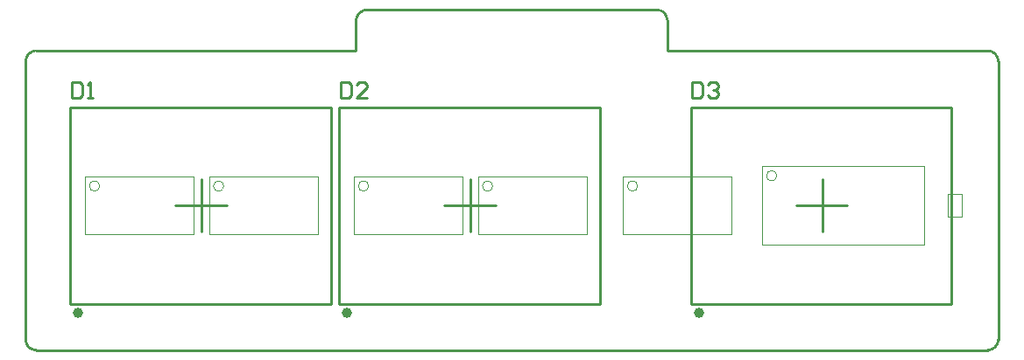
<source format=gto>
G04 Layer_Color=65535*
%FSLAX42Y42*%
%MOMM*%
G71*
G01*
G75*
%ADD10C,0.25*%
%ADD12C,0.25*%
%ADD13C,0.10*%
%ADD15C,1.00*%
D10*
X8950Y447D02*
Y2352D01*
X6430Y447D02*
X8950D01*
X6430D02*
Y2352D01*
X6450D01*
X8950D01*
X7446Y1400D02*
X7941D01*
X7700Y1146D02*
Y1654D01*
X5550Y447D02*
Y2352D01*
X3030Y447D02*
X5550D01*
X3030D02*
Y2352D01*
X3050D01*
X5550D01*
X4046Y1400D02*
X4541D01*
X4300Y1146D02*
Y1654D01*
X2950Y447D02*
Y2352D01*
X430Y447D02*
X2950D01*
X430D02*
Y2352D01*
X450D01*
X2950D01*
X1446Y1400D02*
X1941D01*
X1700Y1146D02*
Y1654D01*
X444Y2593D02*
Y2441D01*
X520D01*
X545Y2466D01*
Y2568D01*
X520Y2593D01*
X444D01*
X596Y2441D02*
X647D01*
X621D01*
Y2593D01*
X596Y2568D01*
X3042Y2593D02*
Y2441D01*
X3118D01*
X3144Y2466D01*
Y2568D01*
X3118Y2593D01*
X3042D01*
X3296Y2441D02*
X3194D01*
X3296Y2543D01*
Y2568D01*
X3271Y2593D01*
X3220D01*
X3194Y2568D01*
X6443Y2593D02*
Y2441D01*
X6519D01*
X6545Y2466D01*
Y2568D01*
X6519Y2593D01*
X6443D01*
X6595Y2568D02*
X6621Y2593D01*
X6672D01*
X6697Y2568D01*
Y2543D01*
X6672Y2517D01*
X6646D01*
X6672D01*
X6697Y2492D01*
Y2466D01*
X6672Y2441D01*
X6621D01*
X6595Y2466D01*
X100Y2900D02*
G03*
X0Y2800I0J-100D01*
G01*
Y100D02*
G03*
X100Y0I100J0D01*
G01*
X9300D02*
G03*
X9400Y100I0J100D01*
G01*
Y2800D02*
G03*
X9300Y2900I-100J0D01*
G01*
X6200Y3200D02*
G03*
X6100Y3300I-100J0D01*
G01*
X3310D02*
G03*
X3190Y3180I0J-120D01*
G01*
D12*
X0Y100D02*
Y2800D01*
X100Y2900D02*
X3190Y2900D01*
X100Y0D02*
X9300D01*
X9400Y100D02*
Y2800D01*
X6200Y2900D02*
X9300D01*
X6200D02*
Y3200D01*
X3190Y2900D02*
Y3180D01*
X3310Y3300D02*
X6100D01*
D13*
X7260Y1690D02*
G03*
X7260Y1690I-50J0D01*
G01*
X5915Y1590D02*
G03*
X5915Y1590I-50J0D01*
G01*
X4515D02*
G03*
X4515Y1590I-50J0D01*
G01*
X3315D02*
G03*
X3315Y1590I-50J0D01*
G01*
X1915D02*
G03*
X1915Y1590I-50J0D01*
G01*
X715D02*
G03*
X715Y1590I-50J0D01*
G01*
X7120Y1780D02*
X8680D01*
X7120Y1020D02*
X8680D01*
X7120D02*
Y1780D01*
X8680Y1020D02*
Y1780D01*
X6825Y1120D02*
Y1680D01*
X5775Y1120D02*
Y1680D01*
Y1120D02*
X6825D01*
X5775Y1680D02*
X6825D01*
X5425Y1120D02*
Y1680D01*
X4375Y1120D02*
Y1680D01*
Y1120D02*
X5425D01*
X4375Y1680D02*
X5425D01*
X4225Y1120D02*
Y1680D01*
X3175Y1120D02*
Y1680D01*
Y1120D02*
X4225D01*
X3175Y1680D02*
X4225D01*
X2825Y1120D02*
Y1680D01*
X1775Y1120D02*
Y1680D01*
Y1120D02*
X2825D01*
X1775Y1680D02*
X2825D01*
X1625Y1120D02*
Y1680D01*
X575Y1120D02*
Y1680D01*
Y1120D02*
X1625D01*
X575Y1680D02*
X1625D01*
X9047Y1295D02*
Y1515D01*
X8912Y1295D02*
Y1515D01*
Y1295D02*
X9047D01*
X8912Y1515D02*
X9047D01*
D15*
X6506Y359D02*
D03*
X3106D02*
D03*
X506D02*
D03*
M02*

</source>
